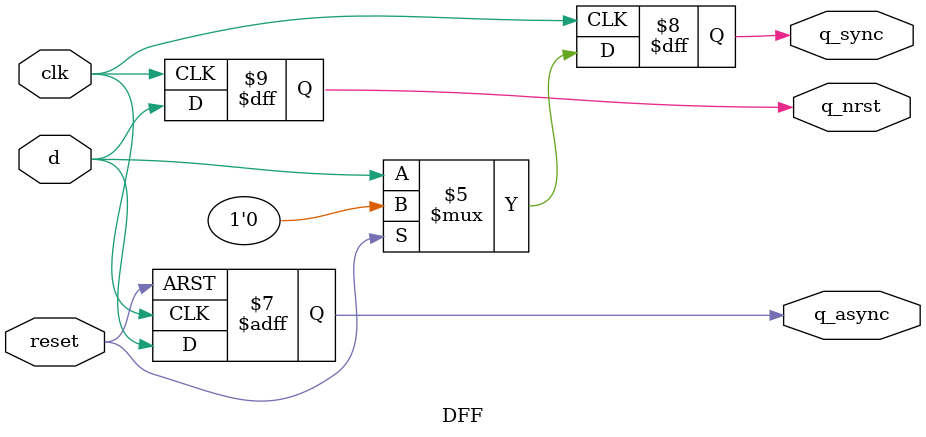
<source format=sv>
`timescale 1ns / 1ps


module DFF(
      input     logic      clk,
      input     logic      reset,
      input     logic      d,
      output    logic      q_nrst,
      output    logic      q_sync,
      output    logic      q_async);
    
      // No reset
      always_ff @(posedge clk)
        q_nrst <= d;
    
      // Syncronous reset
      always_ff @(posedge clk)
        if (reset)
          q_sync <= 1'b0;
        else
          q_sync <= d;
    
      // Asyncronous reset
      always_ff @(posedge clk or posedge reset)
        if (reset)
          q_async <= 1'b0;
        else
          q_async <= d;
    
endmodule
</source>
